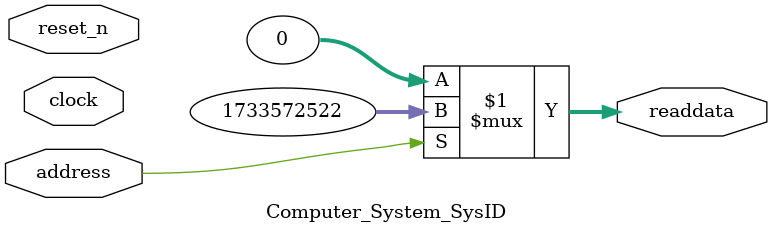
<source format=v>



// synthesis translate_off
`timescale 1ns / 1ps
// synthesis translate_on

// turn off superfluous verilog processor warnings 
// altera message_level Level1 
// altera message_off 10034 10035 10036 10037 10230 10240 10030 

module Computer_System_SysID (
               // inputs:
                address,
                clock,
                reset_n,

               // outputs:
                readdata
             )
;

  output  [ 31: 0] readdata;
  input            address;
  input            clock;
  input            reset_n;

  wire    [ 31: 0] readdata;
  //control_slave, which is an e_avalon_slave
  assign readdata = address ? 1733572522 : 0;

endmodule



</source>
